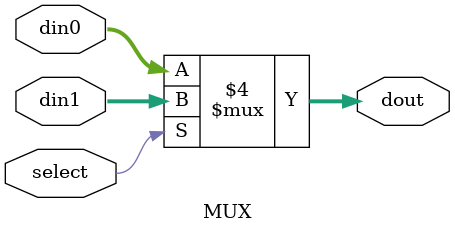
<source format=v>
module MUX(
	input [0:0]select,
	input [31:0]din0,din1,
	output reg [31:0]dout
   );

	always@(*)
	begin
		if(select==0) dout=din0;
		else dout=din1;
	end

endmodule

</source>
